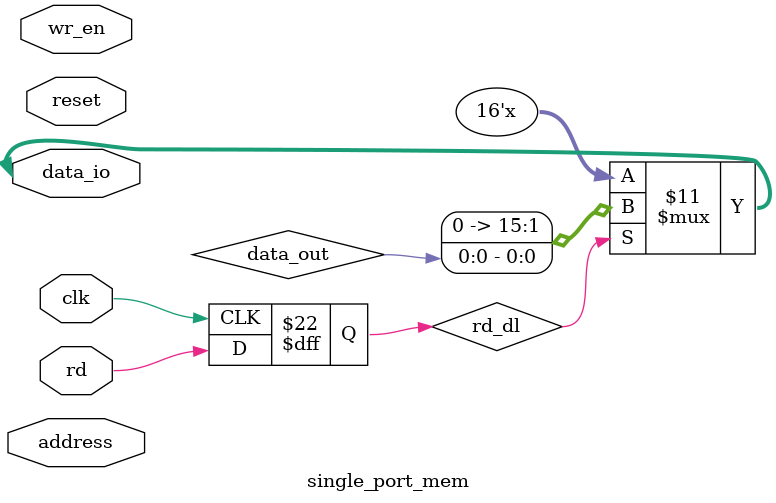
<source format=v>
module single_port_mem(clk,reset,data_io,address,wr_en,rd);

	input clk,reset;
	inout [15:0] data_io;
	input [9:0] address;
	input wr_en,rd;

	reg [15:0] memory[0:1023];
	reg [15:0] dat_out;
	reg				 rd_dl;

	always @(posedge clk)
		begin
			if(wr_en)
				memory[address] <= data_io;
			dat_out <= memory[address];
			rd_dl <= rd;
		end

		assign data_io = rd_dl ? data_out:16'bz;

endmodule

</source>
